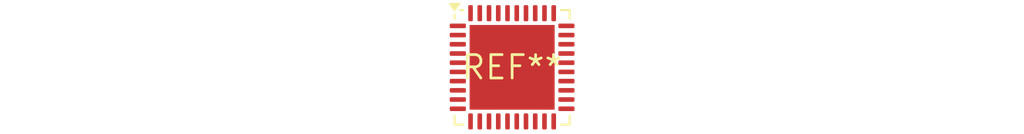
<source format=kicad_pcb>
(kicad_pcb (version 20240108) (generator pcbnew)
  (layers (0 "F.Cu" signal) (31 "B.Cu" signal) (34 "B.Paste" user) (35 "F.Paste" user) (36 "B.SilkS" user "B.Silkscreen") (37 "F.SilkS" user "F.Silkscreen") (38 "B.Mask" user) (39 "F.Mask" user) (44 "Edge.Cuts" user))
  (net 0 "")
  (footprint "Texas_RHA_VQFN-40-1EP_6x6mm_P0.5mm_EP4.6x4.6mm" (layer "F.Cu") (at 0 0)
    (property "Reference" "REF**")
    (property "Value" "Texas_RHA_VQFN-40-1EP_6x6mm_P0.5mm_EP4.6x4.6mm")
    (fp_line (start -3.11 -2.635) (end -3.11 -2.87) (layer "F.SilkS") (stroke (width 0.12)))
    (fp_line (start -3.11 3.11) (end -3.11 2.635) (layer "F.SilkS") (stroke (width 0.12)))
    (fp_line (start -2.635 -3.11) (end -2.81 -3.11) (layer "F.SilkS") (stroke (width 0.12)))
    (fp_line (start -2.635 3.11) (end -3.11 3.11) (layer "F.SilkS") (stroke (width 0.12)))
    (fp_line (start 2.635 -3.11) (end 3.11 -3.11) (layer "F.SilkS") (stroke (width 0.12)))
    (fp_line (start 2.635 3.11) (end 3.11 3.11) (layer "F.SilkS") (stroke (width 0.12)))
    (fp_line (start 3.11 -3.11) (end 3.11 -2.635) (layer "F.SilkS") (stroke (width 0.12)))
    (fp_line (start 3.11 3.11) (end 3.11 2.635) (layer "F.SilkS") (stroke (width 0.12)))
    (fp_poly (pts (xy -3.11 -3.11) (xy -3.35 -3.44) (xy -2.87 -3.44) (xy -3.11 -3.11)) (layer "F.SilkS") (stroke (width 0.12)) (fill solid))
    (pad "1" smd roundrect (at -2.9375 -2.25) (size 0.875 0.25) (layers "F.Cu" "F.Paste" "F.Mask"))
    (pad "2" smd roundrect (at -2.9375 -1.75) (size 0.875 0.25) (layers "F.Cu" "F.Paste" "F.Mask"))
    (pad "3" smd roundrect (at -2.9375 -1.25) (size 0.875 0.25) (layers "F.Cu" "F.Paste" "F.Mask"))
    (pad "4" smd roundrect (at -2.9375 -0.75) (size 0.875 0.25) (layers "F.Cu" "F.Paste" "F.Mask"))
    (pad "5" smd roundrect (at -2.9375 -0.25) (size 0.875 0.25) (layers "F.Cu" "F.Paste" "F.Mask"))
    (pad "6" smd roundrect (at -2.9375 0.25) (size 0.875 0.25) (layers "F.Cu" "F.Paste" "F.Mask"))
    (pad "7" smd roundrect (at -2.9375 0.75) (size 0.875 0.25) (layers "F.Cu" "F.Paste" "F.Mask"))
    (pad "8" smd roundrect (at -2.9375 1.25) (size 0.875 0.25) (layers "F.Cu" "F.Paste" "F.Mask"))
    (pad "9" smd roundrect (at -2.9375 1.75) (size 0.875 0.25) (layers "F.Cu" "F.Paste" "F.Mask"))
    (pad "10" smd roundrect (at -2.9375 2.25) (size 0.875 0.25) (layers "F.Cu" "F.Paste" "F.Mask"))
    (pad "11" smd roundrect (at -2.25 2.9375) (size 0.25 0.875) (layers "F.Cu" "F.Paste" "F.Mask"))
    (pad "12" smd roundrect (at -1.75 2.9375) (size 0.25 0.875) (layers "F.Cu" "F.Paste" "F.Mask"))
    (pad "13" smd roundrect (at -1.25 2.9375) (size 0.25 0.875) (layers "F.Cu" "F.Paste" "F.Mask"))
    (pad "14" smd roundrect (at -0.75 2.9375) (size 0.25 0.875) (layers "F.Cu" "F.Paste" "F.Mask"))
    (pad "15" smd roundrect (at -0.25 2.9375) (size 0.25 0.875) (layers "F.Cu" "F.Paste" "F.Mask"))
    (pad "16" smd roundrect (at 0.25 2.9375) (size 0.25 0.875) (layers "F.Cu" "F.Paste" "F.Mask"))
    (pad "17" smd roundrect (at 0.75 2.9375) (size 0.25 0.875) (layers "F.Cu" "F.Paste" "F.Mask"))
    (pad "18" smd roundrect (at 1.25 2.9375) (size 0.25 0.875) (layers "F.Cu" "F.Paste" "F.Mask"))
    (pad "19" smd roundrect (at 1.75 2.9375) (size 0.25 0.875) (layers "F.Cu" "F.Paste" "F.Mask"))
    (pad "20" smd roundrect (at 2.25 2.9375) (size 0.25 0.875) (layers "F.Cu" "F.Paste" "F.Mask"))
    (pad "21" smd roundrect (at 2.9375 2.25) (size 0.875 0.25) (layers "F.Cu" "F.Paste" "F.Mask"))
    (pad "22" smd roundrect (at 2.9375 1.75) (size 0.875 0.25) (layers "F.Cu" "F.Paste" "F.Mask"))
    (pad "23" smd roundrect (at 2.9375 1.25) (size 0.875 0.25) (layers "F.Cu" "F.Paste" "F.Mask"))
    (pad "24" smd roundrect (at 2.9375 0.75) (size 0.875 0.25) (layers "F.Cu" "F.Paste" "F.Mask"))
    (pad "25" smd roundrect (at 2.9375 0.25) (size 0.875 0.25) (layers "F.Cu" "F.Paste" "F.Mask"))
    (pad "26" smd roundrect (at 2.9375 -0.25) (size 0.875 0.25) (layers "F.Cu" "F.Paste" "F.Mask"))
    (pad "27" smd roundrect (at 2.9375 -0.75) (size 0.875 0.25) (layers "F.Cu" "F.Paste" "F.Mask"))
    (pad "28" smd roundrect (at 2.9375 -1.25) (size 0.875 0.25) (layers "F.Cu" "F.Paste" "F.Mask"))
    (pad "29" smd roundrect (at 2.9375 -1.75) (size 0.875 0.25) (layers "F.Cu" "F.Paste" "F.Mask"))
    (pad "30" smd roundrect (at 2.9375 -2.25) (size 0.875 0.25) (layers "F.Cu" "F.Paste" "F.Mask"))
    (pad "31" smd roundrect (at 2.25 -2.9375) (size 0.25 0.875) (layers "F.Cu" "F.Paste" "F.Mask"))
    (pad "32" smd roundrect (at 1.75 -2.9375) (size 0.25 0.875) (layers "F.Cu" "F.Paste" "F.Mask"))
    (pad "33" smd roundrect (at 1.25 -2.9375) (size 0.25 0.875) (layers "F.Cu" "F.Paste" "F.Mask"))
    (pad "34" smd roundrect (at 0.75 -2.9375) (size 0.25 0.875) (layers "F.Cu" "F.Paste" "F.Mask"))
    (pad "35" smd roundrect (at 0.25 -2.9375) (size 0.25 0.875) (layers "F.Cu" "F.Paste" "F.Mask"))
    (pad "36" smd roundrect (at -0.25 -2.9375) (size 0.25 0.875) (layers "F.Cu" "F.Paste" "F.Mask"))
    (pad "37" smd roundrect (at -0.75 -2.9375) (size 0.25 0.875) (layers "F.Cu" "F.Paste" "F.Mask"))
    (pad "38" smd roundrect (at -1.25 -2.9375) (size 0.25 0.875) (layers "F.Cu" "F.Paste" "F.Mask"))
    (pad "39" smd roundrect (at -1.75 -2.9375) (size 0.25 0.875) (layers "F.Cu" "F.Paste" "F.Mask"))
    (pad "40" smd roundrect (at -2.25 -2.9375) (size 0.25 0.875) (layers "F.Cu" "F.Paste" "F.Mask"))
    (pad "41" smd rect (at 0 0) (size 4.6 4.6) (property pad_prop_heatsink) (layers "F.Cu" "F.Mask"))
  )
)
</source>
